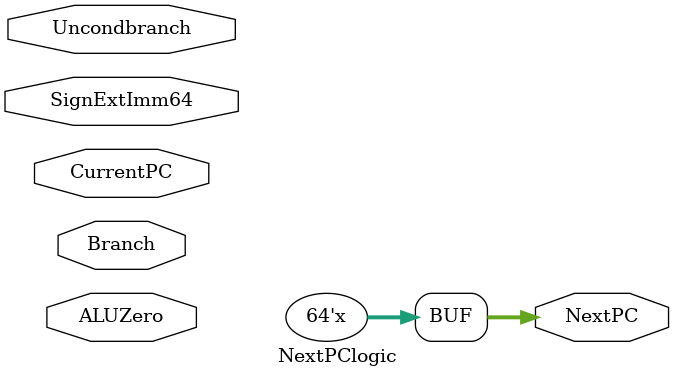
<source format=v>

module NextPClogic(NextPC, CurrentPC, SignExtImm64, Branch, ALUZero, Uncondbranch);
       input wire [63:0] CurrentPC, SignExtImm64;
       input wire Branch, ALUZero, Uncondbranch;
       output reg [63:0] NextPC;
       reg [63:0] ALUResult ;
       reg [63:0] AddFour;
       //reg PostMux;
       reg AndBranchZero;
       reg selector;
       always @(*) begin //everthing in the always loop runs when anything changes
        ALUResult <= #2 SignExtImm64 + CurrentPC; //adds offset to PC
        AddFour <= #1 CurrentPC + 4; //increment pc by 4
        
        AndBranchZero <= Branch & ALUZero; //for CBZ
        selector <= AndBranchZero | Uncondbranch; //if B, then add offset to pc no matter what
        if (selector) //mux logic
            NextPC <= #1 ALUResult;
        else
            NextPC <= #1 AddFour;
      end
      
       /*initial
    begin
        $monitor("currentPC=%d, NextPC = %d, AndBranchZero = %d, ALUResult = %d, AddFour = %d, ALUZero = %d",CurrentPC,NextPC,AndBranchZero,ALUResult, AddFour, ALUZero);
    end*/

endmodule

</source>
